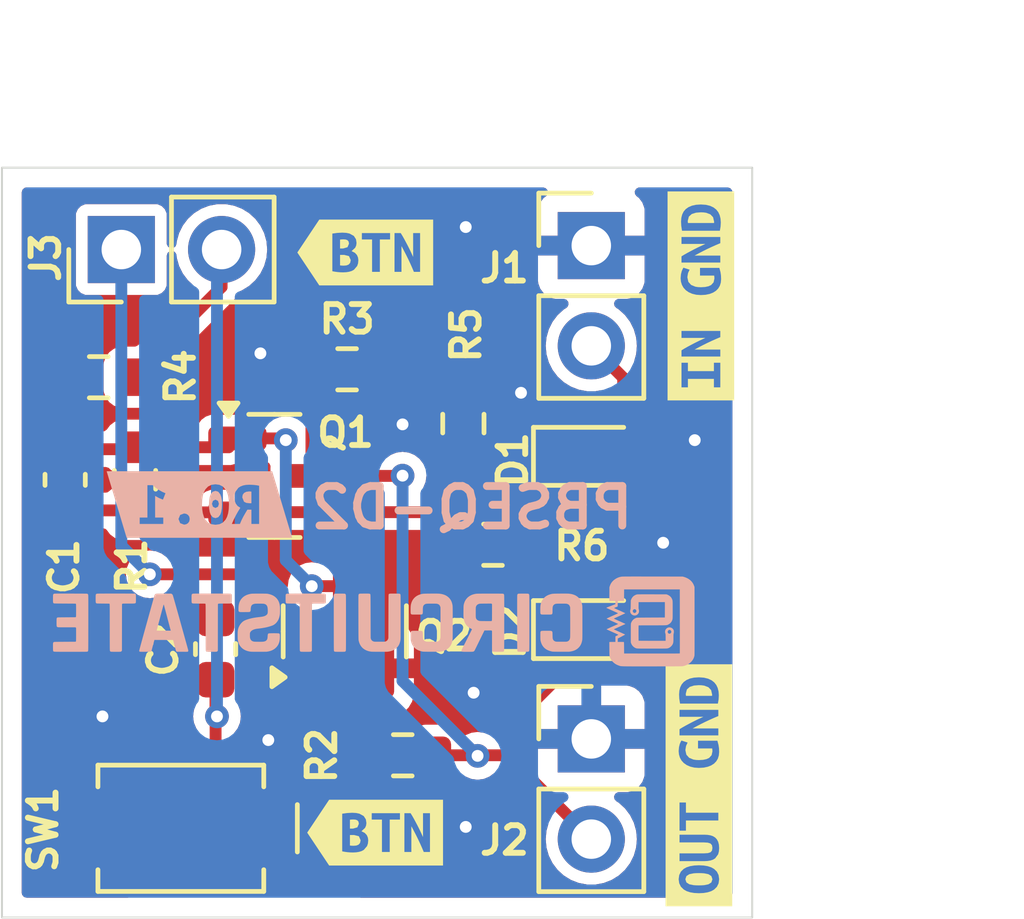
<source format=kicad_pcb>
(kicad_pcb (version 20240108) (generator "pcbnew") (generator_version "8.0")
  (title_block (title "PBSEQ-D2") (date "2024-05-12") (rev "0.1") (company "CIRCUITSTATE Electronics LLP") (comment 1 "www.circuitstate.com") (comment 2 "Designed by: Vishnu Mohanan (@vizmohanan, @vishnumaiea)") (comment 3 "Push-Button Power Sequencer"))
  (layers (0 "F.Cu" signal) (31 "B.Cu" signal) (34 "B.Paste" user) (35 "F.Paste" user) (36 "B.SilkS" user "B.Silkscreen") (37 "F.SilkS" user "F.Silkscreen") (38 "B.Mask" user) (39 "F.Mask" user) (44 "Edge.Cuts" user))
  (net 0 "")
  (net 1 "Net-(Q1-G)")
  (net 2 "VCC")
  (net 3 "GND")
  (net 4 "Net-(J3-Pin_2)")
  (net 5 "Net-(D1-K)")
  (net 6 "OUTPUT")
  (net 7 "Net-(D2-K)")
  (net 8 "Net-(J3-Pin_1)")
  (footprint "kibuzzard-663FBC0C" (layer "F.Cu") (at 139.505 108.145)
    (property "Reference" "kibuzzard-663FBC0C" (hide yes))
    (property "Value" "G***" (hide yes))
  )
  (footprint "Resistor_SMD:R_0603_1608Metric" (layer "F.Cu") (at 138.795 96.405 180)
    (property "Reference" "R3" (at 0 1.27 180) (layer "F.SilkS") (effects (font (size 0.7 0.7))))
    (property "Value" "22K")
    (pad "1" smd roundrect (at -0.825 0 180) (size 0.8 0.95) (layers "F.Cu" "F.Paste" "F.Mask") (net 3 "GND"))
    (pad "2" smd roundrect (at 0.825 0 180) (size 0.8 0.95) (layers "F.Cu" "F.Paste" "F.Mask") (net 6 "OUTPUT"))
  )
  (footprint "Resistor_SMD:R_0603_1608Metric" (layer "F.Cu") (at 141.74 97.78 90)
    (property "Reference" "R5" (at 2.25 0.07 -90) (layer "F.SilkS") (effects (font (size 0.7 0.7))))
    (property "Value" "1K")
    (pad "1" smd roundrect (at -0.825 0 90) (size 0.8 0.95) (layers "F.Cu" "F.Paste" "F.Mask") (net 5 "Net-(D1-K)"))
    (pad "2" smd roundrect (at 0.825 0 90) (size 0.8 0.95) (layers "F.Cu" "F.Paste" "F.Mask") (net 3 "GND"))
  )
  (footprint "Connector_PinHeader_2.54mm:PinHeader_1x02_P2.54mm_Vertical" (layer "F.Cu") (at 133.0775 93.37 90)
    (property "Reference" "J3" (at -0.2 -1.915 90) (layer "F.SilkS") (effects (font (size 0.7 0.7))))
    (property "Value" "BUTTON")
    (pad "1" thru_hole rect (at 0 0 90) (size 1.7 1.7) (drill 1) (layers "*.Cu" "*.Mask") (net 8 "Net-(J3-Pin_1)"))
    (pad "2" thru_hole oval (at 0 2.54 90) (size 1.7 1.7) (drill 1) (layers "*.Cu" "*.Mask") (net 4 "Net-(J3-Pin_2)"))
  )
  (footprint "Connector_PinHeader_2.54mm:PinHeader_1x02_P2.54mm_Vertical" (layer "F.Cu") (at 144.98 93.27)
    (property "Reference" "J1" (at -2.2 0.57 0) (layer "F.SilkS") (effects (font (size 0.7 0.7))))
    (property "Value" "POWER IN")
    (pad "1" thru_hole rect (at 0 0) (size 1.7 1.7) (drill 1) (layers "*.Cu" "*.Mask") (net 3 "GND"))
    (pad "2" thru_hole oval (at 0 2.54) (size 1.7 1.7) (drill 1) (layers "*.Cu" "*.Mask") (net 2 "VCC"))
  )
  (footprint "Package_TO_SOT_SMD:SOT-23" (layer "F.Cu") (at 136.955 99.106)
    (property "Reference" "Q1" (at 1.8 -1.1 0) (layer "F.SilkS") (effects (font (size 0.7 0.7))))
    (property "Value" "AO3401A")
    (pad "1" smd roundrect (at -0.9375 -0.95) (size 1.475 0.6) (layers "F.Cu" "F.Paste" "F.Mask") (net 1 "Net-(Q1-G)"))
    (pad "2" smd roundrect (at -0.9375 0.95) (size 1.475 0.6) (layers "F.Cu" "F.Paste" "F.Mask") (net 2 "VCC"))
    (pad "3" smd roundrect (at 0.9375 0) (size 1.475 0.6) (layers "F.Cu" "F.Paste" "F.Mask") (net 6 "OUTPUT"))
  )
  (footprint "LED_SMD:LED_0603_1608Metric" (layer "F.Cu") (at 145 98.61)
    (property "Reference" "D1" (at -2.01 0.09 90) (layer "F.SilkS") (effects (font (size 0.7 0.7))))
    (property "Value" "RED")
    (pad "1" smd roundrect (at -0.7875 0) (size 0.875 0.95) (layers "F.Cu" "F.Paste" "F.Mask") (net 5 "Net-(D1-K)"))
    (pad "2" smd roundrect (at 0.7875 0) (size 0.875 0.95) (layers "F.Cu" "F.Paste" "F.Mask") (net 2 "VCC"))
  )
  (footprint "Resistor_SMD:R_0603_1608Metric" (layer "F.Cu") (at 140.205 106.185)
    (property "Reference" "R2" (at -2.05 0.01 90) (layer "F.SilkS") (effects (font (size 0.7 0.7))))
    (property "Value" "47K")
    (pad "1" smd roundrect (at -0.825 0) (size 0.8 0.95) (layers "F.Cu" "F.Paste" "F.Mask") (net 8 "Net-(J3-Pin_1)"))
    (pad "2" smd roundrect (at 0.825 0) (size 0.8 0.95) (layers "F.Cu" "F.Paste" "F.Mask") (net 6 "OUTPUT"))
  )
  (footprint "Resistor_SMD:R_0603_1608Metric" (layer "F.Cu") (at 142.49 100.85 180)
    (property "Reference" "R6" (at -2.25 -0.03 180) (layer "F.SilkS") (effects (font (size 0.7 0.7))))
    (property "Value" "200R")
    (pad "1" smd roundrect (at -0.825 0 180) (size 0.8 0.95) (layers "F.Cu" "F.Paste" "F.Mask") (net 7 "Net-(D2-K)"))
    (pad "2" smd roundrect (at 0.825 0 180) (size 0.8 0.95) (layers "F.Cu" "F.Paste" "F.Mask") (net 3 "GND"))
  )
  (footprint "Connector_PinHeader_2.54mm:PinHeader_1x02_P2.54mm_Vertical" (layer "F.Cu") (at 144.98 105.77)
    (property "Reference" "J2" (at -2.2 2.57 0) (layer "F.SilkS") (effects (font (size 0.7 0.7))))
    (property "Value" "POWER OUT")
    (pad "1" thru_hole rect (at 0 0) (size 1.7 1.7) (drill 1) (layers "*.Cu" "*.Mask") (net 3 "GND"))
    (pad "2" thru_hole oval (at 0 2.54) (size 1.7 1.7) (drill 1) (layers "*.Cu" "*.Mask") (net 6 "OUTPUT"))
  )
  (footprint "LED_SMD:LED_0603_1608Metric" (layer "F.Cu") (at 145 103)
    (property "Reference" "D2" (at -2.07 0.05 90) (layer "F.SilkS") (effects (font (size 0.7 0.7))))
    (property "Value" "YELLOW")
    (pad "1" smd roundrect (at -0.7875 0) (size 0.875 0.95) (layers "F.Cu" "F.Paste" "F.Mask") (net 7 "Net-(D2-K)"))
    (pad "2" smd roundrect (at 0.7875 0) (size 0.875 0.95) (layers "F.Cu" "F.Paste" "F.Mask") (net 6 "OUTPUT"))
  )
  (footprint "Resistor_SMD:R_0603_1608Metric" (layer "F.Cu") (at 132.505 96.605)
    (property "Reference" "R4" (at 2.07 -0.01 90) (layer "F.SilkS") (effects (font (size 0.7 0.7))))
    (property "Value" "100K")
    (pad "1" smd roundrect (at -0.825 0) (size 0.8 0.95) (layers "F.Cu" "F.Paste" "F.Mask") (net 1 "Net-(Q1-G)"))
    (pad "2" smd roundrect (at 0.825 0) (size 0.8 0.95) (layers "F.Cu" "F.Paste" "F.Mask") (net 4 "Net-(J3-Pin_2)"))
  )
  (footprint "Capacitor_SMD:C_0603_1608Metric" (layer "F.Cu") (at 131.655 99.205 90)
    (property "Reference" "C1" (at -2.2 -0.03 -90) (layer "F.SilkS") (effects (font (size 0.7 0.7))))
    (property "Value" "0.1uF")
    (pad "1" smd roundrect (at -0.775 0 90) (size 0.9 0.95) (layers "F.Cu" "F.Paste" "F.Mask") (net 2 "VCC"))
    (pad "2" smd roundrect (at 0.775 0 90) (size 0.9 0.95) (layers "F.Cu" "F.Paste" "F.Mask") (net 1 "Net-(Q1-G)"))
  )
  (footprint "kibuzzard-663FBC0C" (layer "F.Cu") (at 139.255 93.445)
    (property "Reference" "kibuzzard-663FBC0C" (hide yes))
    (property "Value" "G***" (hide yes))
  )
  (footprint "CIRCUITSTATE_Switch_SMD:CK_SW_SPST_UK-B0273-SP25Y" (layer "F.Cu") (at 134.585 108.035 180)
    (property "Reference" "SW1" (at 3.49 -0.03 -90) (layer "F.SilkS") (effects (font (size 0.7 0.7))))
    (property "Value" "BUTTON")
    (pad "1" smd rect (at -2.175 0 180) (size 1.15 1.7) (layers "F.Cu" "F.Paste" "F.Mask") (net 4 "Net-(J3-Pin_2)"))
    (pad "2" smd rect (at 2.175 0 180) (size 1.15 1.7) (layers "F.Cu" "F.Paste" "F.Mask") (net 8 "Net-(J3-Pin_1)"))
  )
  (footprint "kibuzzard-663FBCF2" (layer "F.Cu") (at 147.705 106.945 90)
    (property "Reference" "kibuzzard-663FBCF2" (hide yes))
    (property "Value" "G***" (hide yes))
  )
  (footprint "kibuzzard-663FBD0F" (layer "F.Cu") (at 147.755 94.545 90)
    (property "Reference" "kibuzzard-663FBD0F" (hide yes))
    (property "Value" "G***" (hide yes))
  )
  (footprint "Resistor_SMD:R_0603_1608Metric" (layer "F.Cu") (at 133.425 99.205 -90)
    (property "Reference" "R1" (at 2.19 0.08 -90) (layer "F.SilkS") (effects (font (size 0.7 0.7))))
    (property "Value" "10K")
    (pad "1" smd roundrect (at -0.825 0 270) (size 0.8 0.95) (layers "F.Cu" "F.Paste" "F.Mask") (net 1 "Net-(Q1-G)"))
    (pad "2" smd roundrect (at 0.825 0 270) (size 0.8 0.95) (layers "F.Cu" "F.Paste" "F.Mask") (net 2 "VCC"))
  )
  (footprint "Capacitor_SMD:C_0603_1608Metric" (layer "F.Cu") (at 135.465 103.495 90)
    (property "Reference" "C2" (at 0 -1.33 -90) (layer "F.SilkS") (effects (font (size 0.7 0.7))))
    (property "Value" "2.2uF")
    (pad "1" smd roundrect (at -0.775 0 90) (size 0.9 0.95) (layers "F.Cu" "F.Paste" "F.Mask") (net 4 "Net-(J3-Pin_2)"))
    (pad "2" smd roundrect (at 0.775 0 90) (size 0.9 0.95) (layers "F.Cu" "F.Paste" "F.Mask") (net 3 "GND"))
  )
  (footprint "Package_TO_SOT_SMD:SOT-23" (layer "F.Cu") (at 138.737 103.045 90)
    (property "Reference" "Q2" (at -0.118 2.508 0) (layer "F.SilkS") (effects (font (size 0.7 0.7))))
    (property "Value" "AO3400A")
    (pad "1" smd roundrect (at -0.9375 -0.95 90) (size 1.475 0.6) (layers "F.Cu" "F.Paste" "F.Mask") (net 8 "Net-(J3-Pin_1)"))
    (pad "2" smd roundrect (at -0.9375 0.95 90) (size 1.475 0.6) (layers "F.Cu" "F.Paste" "F.Mask") (net 3 "GND"))
    (pad "3" smd roundrect (at 0.9375 0 90) (size 1.475 0.6) (layers "F.Cu" "F.Paste" "F.Mask") (net 1 "Net-(Q1-G)"))
  )
  (footprint "CIRCUITSTATE_Graphics:Circuitstate-Logomark-20.4x5mm" (layer "B.Cu") (at 139.455 102.995 180)
    (property "Reference" "G***" (hide yes))
    (property "Value" "LOGO" (hide yes))
  )
  (footprint "kibuzzard-66404F66" (layer "B.Cu") (at 135.055 99.831 180)
    (property "Reference" "kibuzzard-66404F66" (hide yes))
    (property "Value" "G***" (hide yes))
  )
  (gr_rect (start 130.055 91.295) (end 149.055 110.295) (stroke (width 0.05)) (fill none) (layer "Edge.Cuts"))
  (gr_text "PBSEQ-D2" (at 141.955 100.495 0) (layer "B.SilkS") (effects (font (size 1 1) (thickness 0.2) (bold yes)) (justify bottom mirror)))
  (segment (start 137.9 101.9) (end 138.5295 101.9) (width 0.3) (layer "F.Cu") (net 1))
  (segment (start 131.655 98.43) (end 133.375 98.43) (width 0.3) (layer "F.Cu") (net 1))
  (segment (start 131.68 96.605) (end 131.68 98.405) (width 0.3) (layer "F.Cu") (net 1))
  (segment (start 138.5295 101.9) (end 138.737 102.1075) (width 0.3) (layer "F.Cu") (net 1))
  (segment (start 131.68 98.405) (end 131.655 98.43) (width 0.3) (layer "F.Cu") (net 1))
  (segment (start 135.7935 98.38) (end 136.0175 98.156) (width 0.3) (layer "F.Cu") (net 1))
  (segment (start 133.425 98.38) (end 135.7935 98.38) (width 0.3) (layer "F.Cu") (net 1))
  (segment (start 136.0175 98.156) (end 137.1985 98.156) (width 0.3) (layer "F.Cu") (net 1))
  (segment (start 133.375 98.43) (end 133.425 98.38) (width 0.3) (layer "F.Cu") (net 1))
  (segment (start 137.1985 98.156) (end 137.2425 98.2) (width 0.3) (layer "F.Cu") (net 1))
  (via (at 137.2425 98.2) (size 0.6) (drill 0.3) (layers "F.Cu" "B.Cu") (net 1))
  (via (at 137.9 101.9) (size 0.6) (drill 0.3) (layers "F.Cu" "B.Cu") (net 1))
  (segment (start 137.2425 98.2) (end 137.2425 101.2425) (width 0.3) (layer "B.Cu") (net 1))
  (segment (start 137.2425 101.2425) (end 137.9 101.9) (width 0.3) (layer "B.Cu") (net 1))
  (segment (start 133.425 100.03) (end 135.9915 100.03) (width 0.3) (layer "F.Cu") (net 2))
  (segment (start 145.7875 98.61) (end 145.7875 96.6175) (width 0.3) (layer "F.Cu") (net 2))
  (segment (start 144.3725 100.025) (end 145.7875 98.61) (width 0.3) (layer "F.Cu") (net 2))
  (segment (start 136.0175 100.056) (end 136.0485 100.025) (width 0.3) (layer "F.Cu") (net 2))
  (segment (start 133.375 99.98) (end 133.425 100.03) (width 0.3) (layer "F.Cu") (net 2))
  (segment (start 135.9915 100.03) (end 136.0175 100.056) (width 0.3) (layer "F.Cu") (net 2))
  (segment (start 136.0485 100.025) (end 144.3725 100.025) (width 0.3) (layer "F.Cu") (net 2))
  (segment (start 145.7875 96.6175) (end 144.98 95.81) (width 0.3) (layer "F.Cu") (net 2))
  (segment (start 131.655 99.98) (end 133.375 99.98) (width 0.3) (layer "F.Cu") (net 2))
  (via (at 147.6 98.2) (size 0.6) (drill 0.3) (layers "F.Cu" "B.Cu") (net 3))
  (via (at 143.2 97) (size 0.6) (drill 0.3) (layers "F.Cu" "B.Cu") (net 3))
  (via (at 132.6 105.2) (size 0.6) (drill 0.3) (layers "F.Cu" "B.Cu") (net 3))
  (via (at 142 104.6) (size 0.6) (drill 0.3) (layers "F.Cu" "B.Cu") (net 3))
  (via (at 140.2 97.8) (size 0.6) (drill 0.3) (layers "F.Cu" "B.Cu") (net 3))
  (via (at 141.8 92.8) (size 0.6) (drill 0.3) (layers "F.Cu" "B.Cu") (net 3))
  (via (at 136.8 105.8) (size 0.6) (drill 0.3) (layers "F.Cu" "B.Cu") (net 3))
  (via (at 136.6 96) (size 0.6) (drill 0.3) (layers "F.Cu" "B.Cu") (net 3))
  (via (at 141.8 108) (size 0.6) (drill 0.3) (layers "F.Cu" "B.Cu") (net 3))
  (via (at 146.8 100.8) (size 0.6) (drill 0.3) (layers "F.Cu" "B.Cu") (net 3))
  (segment (start 135.465 106.74) (end 136.76 108.035) (width 0.3) (layer "F.Cu") (net 4))
  (segment (start 135.6175 94.3175) (end 135.6175 93.37) (width 0.3) (layer "F.Cu") (net 4))
  (segment (start 135.5 105.2) (end 135.465 105.165) (width 0.3) (layer "F.Cu") (net 4))
  (segment (start 135.465 105.165) (end 135.465 104.27) (width 0.3) (layer "F.Cu") (net 4))
  (segment (start 133.33 96.605) (end 135.6175 94.3175) (width 0.3) (layer "F.Cu") (net 4))
  (segment (start 135.465 104.27) (end 135.465 106.74) (width 0.3) (layer "F.Cu") (net 4))
  (via (at 135.5 105.2) (size 0.6) (drill 0.3) (layers "F.Cu" "B.Cu") (net 4))
  (segment (start 135.5 105.2) (end 135.5 93.4875) (width 0.3) (layer "B.Cu") (net 4))
  (segment (start 135.5 93.4875) (end 135.6175 93.37) (width 0.3) (layer "B.Cu") (net 4))
  (segment (start 141.74 98.605) (end 144.2075 98.605) (width 0.3) (layer "F.Cu") (net 5))
  (segment (start 144.2075 98.605) (end 144.2125 98.61) (width 0.3) (layer "F.Cu") (net 5))
  (segment (start 144.9 104.2) (end 145.7875 103.3125) (width 0.3) (layer "F.Cu") (net 6))
  (segment (start 141.03 106.185) (end 142.855 106.185) (width 0.3) (layer "F.Cu") (net 6))
  (segment (start 137.8925 99.106) (end 140.194 99.106) (width 0.3) (layer "F.Cu") (net 6))
  (segment (start 142.855 106.185) (end 142.855 105.495) (width 0.3) (layer "F.Cu") (net 6))
  (segment (start 137.8925 99.106) (end 137.8925 96.4825) (width 0.3) (layer "F.Cu") (net 6))
  (segment (start 142.855 105.495) (end 144.15 104.2) (width 0.3) (layer "F.Cu") (net 6))
  (segment (start 142.855 106.185) (end 144.98 108.31) (width 0.3) (layer "F.Cu") (net 6))
  (segment (start 144.15 104.2) (end 144.9 104.2) (width 0.3) (layer "F.Cu") (net 6))
  (segment (start 145.7875 103.3125) (end 145.7875 103) (width 0.3) (layer "F.Cu") (net 6))
  (segment (start 140.194 99.106) (end 140.2 99.1) (width 0.3) (layer "F.Cu") (net 6))
  (segment (start 137.8925 96.4825) (end 137.97 96.405) (width 0.3) (layer "F.Cu") (net 6))
  (via (at 140.2 99.1) (size 0.6) (drill 0.3) (layers "F.Cu" "B.Cu") (net 6))
  (via (at 142.1 106.2) (size 0.6) (drill 0.3) (layers "F.Cu" "B.Cu") (net 6))
  (segment (start 140.2 104.3) (end 142.1 106.2) (width 0.3) (layer "B.Cu") (net 6))
  (segment (start 140.2 99.1) (end 140.2 104.3) (width 0.3) (layer "B.Cu") (net 6))
  (segment (start 143.315 102.1025) (end 144.2125 103) (width 0.3) (layer "F.Cu") (net 7))
  (segment (start 143.315 100.85) (end 143.315 102.1025) (width 0.3) (layer "F.Cu") (net 7))
  (segment (start 137.787 104.687) (end 137.787 103.9825) (width 0.3) (layer "F.Cu") (net 8))
  (segment (start 139.285 106.185) (end 137.787 104.687) (width 0.3) (layer "F.Cu") (net 8))
  (segment (start 137.787 103.317296) (end 137.787 103.9825) (width 0.3) (layer "F.Cu") (net 8))
  (segment (start 133.8 101.6) (end 136.069704 101.6) (width 0.3) (layer "F.Cu") (net 8))
  (segment (start 139.38 106.185) (end 139.38 108.62) (width 0.3) (layer "F.Cu") (net 8))
  (segment (start 138.5 109.5) (end 133.875 109.5) (width 0.3) (layer "F.Cu") (net 8))
  (segment (start 136.069704 101.6) (end 137.787 103.317296) (width 0.3) (layer "F.Cu") (net 8))
  (segment (start 139.38 106.185) (end 139.285 106.185) (width 0.3) (layer "F.Cu") (net 8))
  (segment (start 133.875 109.5) (end 132.41 108.035) (width 0.3) (layer "F.Cu") (net 8))
  (segment (start 139.38 108.62) (end 138.5 109.5) (width 0.3) (layer "F.Cu") (net 8))
  (via (at 133.8 101.6) (size 0.6) (drill 0.3) (layers "F.Cu" "B.Cu") (net 8))
  (segment (start 133.8 101.6) (end 133.0775 100.8775) (width 0.3) (layer "B.Cu") (net 8))
  (segment (start 133.0775 100.8775) (end 133.0775 93.37) (width 0.3) (layer "B.Cu") (net 8))
  (zone (net 3) (net_name "GND") (layers "F&B.Cu") (connect_pads (clearance 0.3)) (min_thickness 0.25) (fill yes (thermal_gap 0.5) (thermal_bridge_width 0.5) (island_removal_mode 1) (island_area_min 10))
    (polygon (pts (xy 130.055 91.295) (xy 149.055 91.295) (xy 149.055 110.295) (xy 130.055 110.295)))
  )
)
</source>
